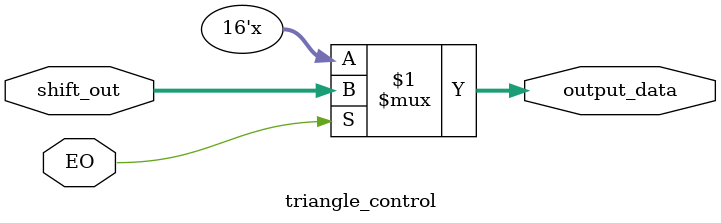
<source format=v>
module triangle_control (
    input [15:0] shift_out,  // Đầu vào từ ngõ ra của bộ dịch
    input EO,                // Chân điều khiển enable output
    output [15:0] output_data // Ngõ ra
);

    assign output_data = (EO) ? shift_out : 16'bz; // Nếu EO bật, ngõ ra nhận giá trị từ shift_out, nếu EO tắt, ngõ ra ở trạng thái trở kháng cao

endmodule

</source>
